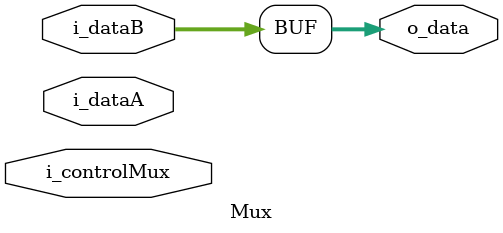
<source format=v>
`timescale 1ns / 1ps

//siempre va a tener de salida i_dataA al menos que el bit de control sea 1
module Mux#(
        parameter DATA_LENGTH=32
    )
    (
        input wire [DATA_LENGTH-1:0] i_dataA,
        input wire [DATA_LENGTH-1:0] i_dataB,
        input wire i_controlMux,
        
        output reg [DATA_LENGTH-1:0] o_data
    );
    //interface 
    /*
    Mux #(32) 
    u1_Mux (
        .i_dataA(),
        .i_dataB(),
        .i_controlMux(),
        .o_data()
    );
    */
    
    always @(*) begin
        if(i_controlMux) begin 
            o_data=i_dataB;
        end 
        else begin 
            o_data=i_dataB;
        end
    end
    
endmodule

</source>
